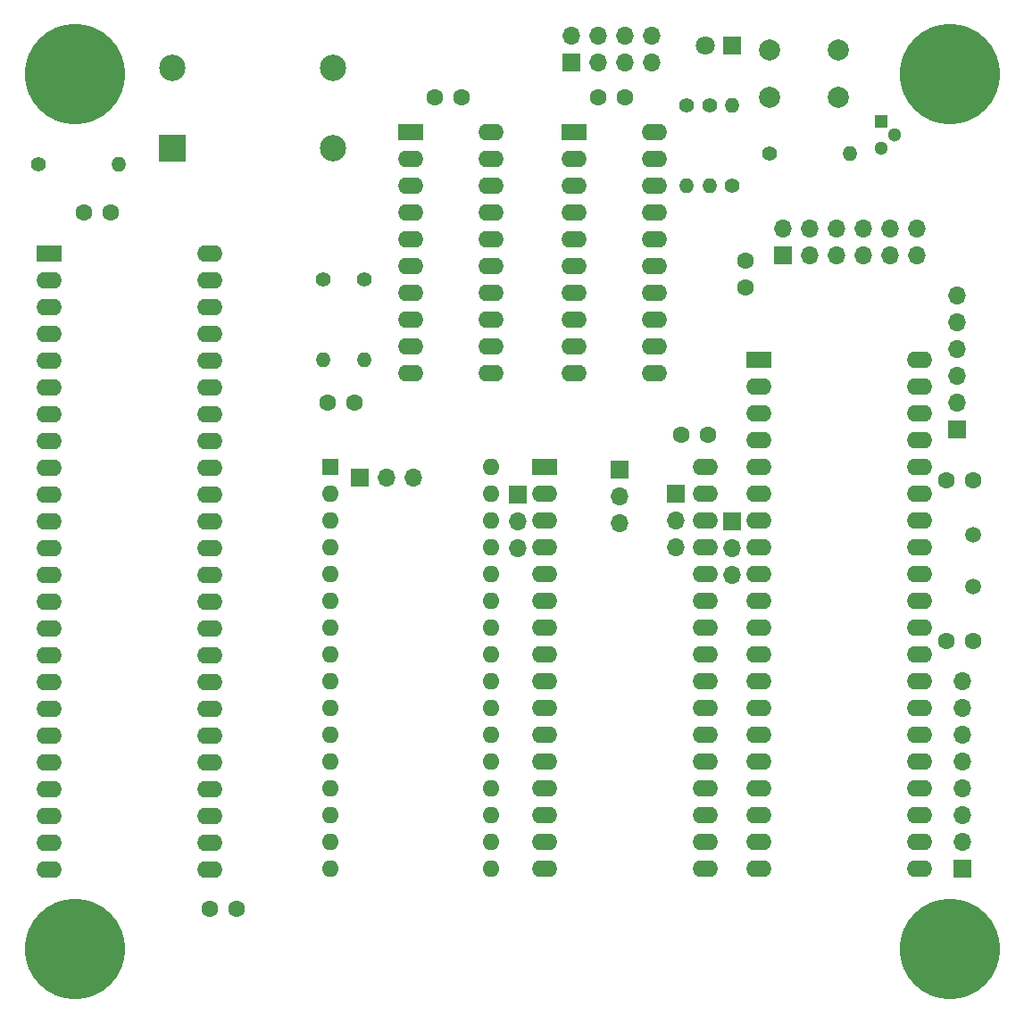
<source format=gts>
G04 #@! TF.GenerationSoftware,KiCad,Pcbnew,(7.0.0)*
G04 #@! TF.CreationDate,2024-08-05T21:27:07-04:00*
G04 #@! TF.ProjectId,SIMPLE-68008,53494d50-4c45-42d3-9638-3030382e6b69,2*
G04 #@! TF.SameCoordinates,Original*
G04 #@! TF.FileFunction,Soldermask,Top*
G04 #@! TF.FilePolarity,Negative*
%FSLAX46Y46*%
G04 Gerber Fmt 4.6, Leading zero omitted, Abs format (unit mm)*
G04 Created by KiCad (PCBNEW (7.0.0)) date 2024-08-05 21:27:07*
%MOMM*%
%LPD*%
G01*
G04 APERTURE LIST*
%ADD10C,1.400000*%
%ADD11O,1.400000X1.400000*%
%ADD12R,1.800000X1.800000*%
%ADD13C,1.800000*%
%ADD14R,1.700000X1.700000*%
%ADD15O,1.700000X1.700000*%
%ADD16R,2.400000X1.600000*%
%ADD17O,2.400000X1.600000*%
%ADD18C,1.600000*%
%ADD19R,2.500000X2.500000*%
%ADD20C,2.500000*%
%ADD21C,9.525000*%
%ADD22C,1.500000*%
%ADD23R,1.300000X1.300000*%
%ADD24C,1.300000*%
%ADD25C,2.000000*%
%ADD26R,1.600000X1.600000*%
%ADD27O,1.600000X1.600000*%
G04 APERTURE END LIST*
D10*
X157500000Y-60910000D03*
D11*
X157499999Y-53289999D03*
D12*
X157474999Y-47599999D03*
D13*
X154935000Y-47600000D03*
D14*
X162305999Y-67568999D03*
D15*
X162305999Y-65028999D03*
X164845999Y-67568999D03*
X164845999Y-65028999D03*
X167385999Y-67568999D03*
X167385999Y-65028999D03*
X169925999Y-67568999D03*
X169925999Y-65028999D03*
X172465999Y-67568999D03*
X172465999Y-65028999D03*
X175005999Y-67568999D03*
X175005999Y-65028999D03*
D16*
X160039999Y-77474999D03*
D17*
X160039999Y-80014999D03*
X160039999Y-82554999D03*
X160039999Y-85094999D03*
X160039999Y-87634999D03*
X160039999Y-90174999D03*
X160039999Y-92714999D03*
X160039999Y-95254999D03*
X160039999Y-97794999D03*
X160039999Y-100334999D03*
X160039999Y-102874999D03*
X160039999Y-105414999D03*
X160039999Y-107954999D03*
X160039999Y-110494999D03*
X160039999Y-113034999D03*
X160039999Y-115574999D03*
X160039999Y-118114999D03*
X160039999Y-120654999D03*
X160039999Y-123194999D03*
X160039999Y-125734999D03*
X175279999Y-125734999D03*
X175279999Y-123194999D03*
X175279999Y-120654999D03*
X175279999Y-118114999D03*
X175279999Y-115574999D03*
X175279999Y-113034999D03*
X175279999Y-110494999D03*
X175279999Y-107954999D03*
X175279999Y-105414999D03*
X175279999Y-102874999D03*
X175279999Y-100334999D03*
X175279999Y-97794999D03*
X175279999Y-95254999D03*
X175279999Y-92714999D03*
X175279999Y-90174999D03*
X175279999Y-87634999D03*
X175279999Y-85094999D03*
X175279999Y-82554999D03*
X175279999Y-80014999D03*
X175279999Y-77474999D03*
D14*
X146811999Y-87883999D03*
D15*
X146811999Y-90423999D03*
X146811999Y-92963999D03*
D18*
X119146000Y-81534000D03*
X121646000Y-81534000D03*
D10*
X161036000Y-57912000D03*
D11*
X168655999Y-57911999D03*
D19*
X104393999Y-57403999D03*
D20*
X119634000Y-57404000D03*
X119634000Y-49784000D03*
X104394000Y-49784000D03*
D18*
X110490000Y-129540000D03*
X107990000Y-129540000D03*
D21*
X95150000Y-50350000D03*
D18*
X180340000Y-88900000D03*
X177840000Y-88900000D03*
D10*
X118700000Y-69790000D03*
D11*
X118699999Y-77409999D03*
D18*
X129306000Y-52578000D03*
X131806000Y-52578000D03*
D16*
X142503999Y-55884999D03*
D17*
X142503999Y-58424999D03*
X142503999Y-60964999D03*
X142503999Y-63504999D03*
X142503999Y-66044999D03*
X142503999Y-68584999D03*
X142503999Y-71124999D03*
X142503999Y-73664999D03*
X142503999Y-76204999D03*
X142503999Y-78744999D03*
X150123999Y-78744999D03*
X150123999Y-76204999D03*
X150123999Y-73664999D03*
X150123999Y-71124999D03*
X150123999Y-68584999D03*
X150123999Y-66044999D03*
X150123999Y-63504999D03*
X150123999Y-60964999D03*
X150123999Y-58424999D03*
X150123999Y-55884999D03*
D14*
X142249999Y-49280999D03*
D15*
X142249999Y-46740999D03*
X144789999Y-49280999D03*
X144789999Y-46740999D03*
X147329999Y-49280999D03*
X147329999Y-46740999D03*
X149869999Y-49280999D03*
X149869999Y-46740999D03*
D18*
X152674000Y-84582000D03*
X155174000Y-84582000D03*
D16*
X92729999Y-67319999D03*
D17*
X92729999Y-69859999D03*
X92729999Y-72399999D03*
X92729999Y-74939999D03*
X92729999Y-77479999D03*
X92729999Y-80019999D03*
X92729999Y-82559999D03*
X92729999Y-85099999D03*
X92729999Y-87639999D03*
X92729999Y-90179999D03*
X92729999Y-92719999D03*
X92729999Y-95259999D03*
X92729999Y-97799999D03*
X92729999Y-100339999D03*
X92729999Y-102879999D03*
X92729999Y-105419999D03*
X92729999Y-107959999D03*
X92729999Y-110499999D03*
X92729999Y-113039999D03*
X92729999Y-115579999D03*
X92729999Y-118119999D03*
X92729999Y-120659999D03*
X92729999Y-123199999D03*
X92729999Y-125739999D03*
X107969999Y-125739999D03*
X107969999Y-123199999D03*
X107969999Y-120659999D03*
X107969999Y-118119999D03*
X107969999Y-115579999D03*
X107969999Y-113039999D03*
X107969999Y-110499999D03*
X107969999Y-107959999D03*
X107969999Y-105419999D03*
X107969999Y-102879999D03*
X107969999Y-100339999D03*
X107969999Y-97799999D03*
X107969999Y-95259999D03*
X107969999Y-92719999D03*
X107969999Y-90179999D03*
X107969999Y-87639999D03*
X107969999Y-85099999D03*
X107969999Y-82559999D03*
X107969999Y-80019999D03*
X107969999Y-77479999D03*
X107969999Y-74939999D03*
X107969999Y-72399999D03*
X107969999Y-69859999D03*
X107969999Y-67319999D03*
D10*
X91694000Y-58928000D03*
D11*
X99313999Y-58927999D03*
D18*
X180340000Y-104140000D03*
X177840000Y-104140000D03*
X158800000Y-70550000D03*
X158800000Y-68050000D03*
D21*
X95150000Y-133350000D03*
D14*
X122188999Y-88645999D03*
D15*
X124728999Y-88645999D03*
X127268999Y-88645999D03*
D10*
X155400000Y-53280000D03*
D11*
X155399999Y-60899999D03*
D22*
X180340000Y-94070000D03*
X180340000Y-98950000D03*
D14*
X152145999Y-90169999D03*
D15*
X152145999Y-92709999D03*
X152145999Y-95249999D03*
D23*
X171597999Y-54863999D03*
D24*
X172868000Y-56134000D03*
X171598000Y-57404000D03*
D16*
X127009999Y-55884999D03*
D17*
X127009999Y-58424999D03*
X127009999Y-60964999D03*
X127009999Y-63504999D03*
X127009999Y-66044999D03*
X127009999Y-68584999D03*
X127009999Y-71124999D03*
X127009999Y-73664999D03*
X127009999Y-76204999D03*
X127009999Y-78744999D03*
X134629999Y-78744999D03*
X134629999Y-76204999D03*
X134629999Y-73664999D03*
X134629999Y-71124999D03*
X134629999Y-68584999D03*
X134629999Y-66044999D03*
X134629999Y-63504999D03*
X134629999Y-60964999D03*
X134629999Y-58424999D03*
X134629999Y-55884999D03*
D25*
X161088000Y-48042000D03*
X167588000Y-48042000D03*
X161088000Y-52542000D03*
X167588000Y-52542000D03*
D16*
X139719999Y-87629999D03*
D17*
X139719999Y-90169999D03*
X139719999Y-92709999D03*
X139719999Y-95249999D03*
X139719999Y-97789999D03*
X139719999Y-100329999D03*
X139719999Y-102869999D03*
X139719999Y-105409999D03*
X139719999Y-107949999D03*
X139719999Y-110489999D03*
X139719999Y-113029999D03*
X139719999Y-115569999D03*
X139719999Y-118109999D03*
X139719999Y-120649999D03*
X139719999Y-123189999D03*
X139719999Y-125729999D03*
X154959999Y-125729999D03*
X154959999Y-123189999D03*
X154959999Y-120649999D03*
X154959999Y-118109999D03*
X154959999Y-115569999D03*
X154959999Y-113029999D03*
X154959999Y-110489999D03*
X154959999Y-107949999D03*
X154959999Y-105409999D03*
X154959999Y-102869999D03*
X154959999Y-100329999D03*
X154959999Y-97789999D03*
X154959999Y-95249999D03*
X154959999Y-92709999D03*
X154959999Y-90169999D03*
X154959999Y-87629999D03*
D21*
X178150000Y-50350000D03*
D18*
X98532000Y-63500000D03*
X96032000Y-63500000D03*
D14*
X137159999Y-90194999D03*
D15*
X137159999Y-92734999D03*
X137159999Y-95274999D03*
D21*
X178150000Y-133350000D03*
D10*
X122600000Y-69850000D03*
D11*
X122599999Y-77469999D03*
D10*
X153162000Y-53340000D03*
D11*
X153161999Y-60959999D03*
D14*
X178815999Y-84073999D03*
D15*
X178815999Y-81533999D03*
X178815999Y-78993999D03*
X178815999Y-76453999D03*
X178815999Y-73913999D03*
X178815999Y-71373999D03*
D18*
X147300000Y-52578000D03*
X144800000Y-52578000D03*
D14*
X179323999Y-125729999D03*
D15*
X179323999Y-123189999D03*
X179323999Y-120649999D03*
X179323999Y-118109999D03*
X179323999Y-115569999D03*
X179323999Y-113029999D03*
X179323999Y-110489999D03*
X179323999Y-107949999D03*
D14*
X157479999Y-92724999D03*
D15*
X157479999Y-95264999D03*
X157479999Y-97804999D03*
D26*
X119374999Y-87629999D03*
D27*
X119374999Y-90169999D03*
X119374999Y-92709999D03*
X119374999Y-95249999D03*
X119374999Y-97789999D03*
X119374999Y-100329999D03*
X119374999Y-102869999D03*
X119374999Y-105409999D03*
X119374999Y-107949999D03*
X119374999Y-110489999D03*
X119374999Y-113029999D03*
X119374999Y-115569999D03*
X119374999Y-118109999D03*
X119374999Y-120649999D03*
X119374999Y-123189999D03*
X119374999Y-125729999D03*
X134614999Y-125729999D03*
X134614999Y-123189999D03*
X134614999Y-120649999D03*
X134614999Y-118109999D03*
X134614999Y-115569999D03*
X134614999Y-113029999D03*
X134614999Y-110489999D03*
X134614999Y-107949999D03*
X134614999Y-105409999D03*
X134614999Y-102869999D03*
X134614999Y-100329999D03*
X134614999Y-97789999D03*
X134614999Y-95249999D03*
X134614999Y-92709999D03*
X134614999Y-90169999D03*
X134614999Y-87629999D03*
M02*

</source>
